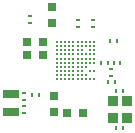
<source format=gtp>
G04*
G04 #@! TF.GenerationSoftware,Altium Limited,Altium Designer,19.0.10 (269)*
G04*
G04 Layer_Color=8421504*
%FSLAX24Y24*%
%MOIN*%
G70*
G01*
G75*
%ADD13R,0.0106X0.0118*%
%ADD14R,0.0551X0.0295*%
%ADD15R,0.0335X0.0374*%
%ADD16C,0.0079*%
%ADD17R,0.0118X0.0106*%
%ADD18R,0.0315X0.0295*%
%ADD19R,0.0295X0.0315*%
D13*
X1366Y-1025D02*
D03*
X1590D02*
D03*
X1590Y-2246D02*
D03*
X1366D02*
D03*
X1275Y-69D02*
D03*
X1500D02*
D03*
X845Y-69D02*
D03*
X1070D02*
D03*
X1313Y-721D02*
D03*
X1089D02*
D03*
X1383Y639D02*
D03*
X1158D02*
D03*
X-1453Y-1130D02*
D03*
X-1228D02*
D03*
D14*
X-2132Y-1696D02*
D03*
Y-1125D02*
D03*
D15*
X1704Y-1921D02*
D03*
X1252D02*
D03*
Y-1350D02*
D03*
X1704D02*
D03*
D16*
X-620Y620D02*
D03*
X620Y-344D02*
D03*
X482D02*
D03*
X620Y-620D02*
D03*
X-482Y620D02*
D03*
X-344D02*
D03*
X-207D02*
D03*
X-69D02*
D03*
X69D02*
D03*
X207D02*
D03*
X344D02*
D03*
X482D02*
D03*
X620D02*
D03*
X-620Y482D02*
D03*
X-482D02*
D03*
X-344D02*
D03*
X-207D02*
D03*
X-69D02*
D03*
X69D02*
D03*
X207D02*
D03*
X344D02*
D03*
X482D02*
D03*
X620D02*
D03*
X-620Y344D02*
D03*
X-482D02*
D03*
X-344D02*
D03*
X-207D02*
D03*
X-69D02*
D03*
X69D02*
D03*
X207D02*
D03*
X482D02*
D03*
X620D02*
D03*
X-620Y207D02*
D03*
X-482D02*
D03*
X-344D02*
D03*
X-207D02*
D03*
X-69D02*
D03*
X69D02*
D03*
X207D02*
D03*
X344D02*
D03*
X482D02*
D03*
X620D02*
D03*
X-620Y69D02*
D03*
X-482D02*
D03*
X-344D02*
D03*
X-207D02*
D03*
X-69D02*
D03*
X69D02*
D03*
X207D02*
D03*
X344D02*
D03*
X482D02*
D03*
X620D02*
D03*
X-620Y-69D02*
D03*
X-482D02*
D03*
X-344D02*
D03*
X-207D02*
D03*
X-69D02*
D03*
X69D02*
D03*
X207D02*
D03*
X344D02*
D03*
X482D02*
D03*
X620D02*
D03*
X-620Y-207D02*
D03*
X-482D02*
D03*
X-344D02*
D03*
X-207D02*
D03*
X-69D02*
D03*
X69D02*
D03*
X207D02*
D03*
X344D02*
D03*
X-620Y-344D02*
D03*
X-482D02*
D03*
X-344D02*
D03*
X-207D02*
D03*
X-69D02*
D03*
X69D02*
D03*
X207D02*
D03*
X-620Y-482D02*
D03*
X-482D02*
D03*
X-344D02*
D03*
X-207D02*
D03*
X-69D02*
D03*
X69D02*
D03*
X207D02*
D03*
X344D02*
D03*
X-620Y-620D02*
D03*
X-482D02*
D03*
X-344D02*
D03*
X-207D02*
D03*
X-69D02*
D03*
X69D02*
D03*
X207D02*
D03*
X344D02*
D03*
X482D02*
D03*
D17*
X-1506Y1266D02*
D03*
Y1490D02*
D03*
X-1709Y-1306D02*
D03*
Y-1082D02*
D03*
Y-1525D02*
D03*
Y-1749D02*
D03*
X600Y1352D02*
D03*
Y1128D02*
D03*
X90Y1352D02*
D03*
Y1128D02*
D03*
X1173Y-287D02*
D03*
Y-511D02*
D03*
D18*
X-787Y1250D02*
D03*
Y1781D02*
D03*
X-727Y-1179D02*
D03*
Y-1710D02*
D03*
D19*
X-1093Y630D02*
D03*
X-1624D02*
D03*
X-276Y-1730D02*
D03*
X256D02*
D03*
X-1093Y197D02*
D03*
X-1624D02*
D03*
M02*

</source>
